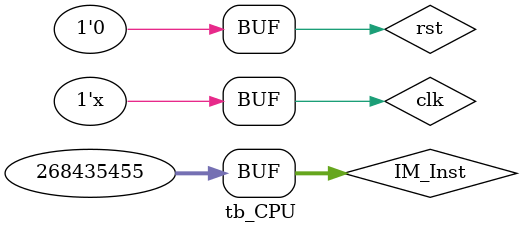
<source format=v>
`timescale 1ns / 1ps


module tb_CPU;

reg clk = 0;
reg rst = 1;

reg [31:0] IM_Inst;

initial begin
#11 rst = 0;
#4 IM_Inst = 32'h24090000;
#20 IM_Inst = 32'h3c011001;
#20 IM_Inst = 32'h8c2a0000;
#20 IM_Inst = 32'h3c011001;
#20 IM_Inst = 32'h8c2b0004;
#20 IM_Inst = 32'h01495821;
#20 IM_Inst = 32'h000b5842;
#20 IM_Inst = 32'h3c011001;
#20 IM_Inst = 32'h8c2c0004;
#20 IM_Inst = 32'h3c011001;
#20 IM_Inst = 32'h8c2d0008;
#20 IM_Inst = 32'h018b082b;
#20 IM_Inst = 32'b000010_11111111111111111111111111;          //测试j指令
#20 IM_Inst = 32'b000011_11111111111111111111111111;          //测试jal指令
//#20 IM_Inst = 32'h3c011001;
//#4  IM_Inst = 32'b001000_00000_00001_0000000000000001;
//#20 IM_Inst = 32'b001000_00001_00001_0000000000000001;
end

CPU uut(
    .clk(clk),
    .rst(rst),
    .IM_Inst(IM_Inst)
    );

always #10 clk = ~clk;

endmodule

</source>
